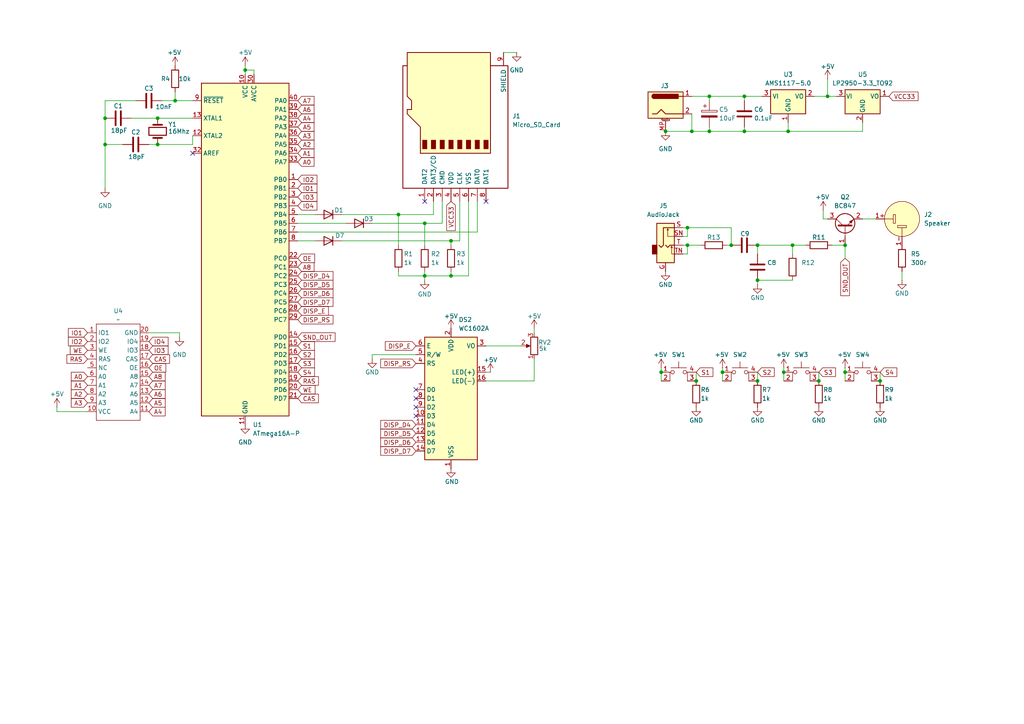
<source format=kicad_sch>
(kicad_sch (version 20250114) (generator "eeschema") (generator_version "9.0")
  (paper "A4")
  (title_block (title "ZX tape player") (date "2025-07-07") (rev "1.1") (company "Eugene Chertikhin"))
  (lib_symbols
    (symbol "BC847_1" (pin_names (offset 0) (hide yes))
      (property "Reference" "Q" (at 5.08 1.905 0))
      (property "Value" "BC847" (at 5.08 0 0))
      (symbol "BC847_1_0_1"
        (polyline (pts (xy -2.54 0) (xy 0.635 0)))
        (polyline (pts (xy 0.635 1.905) (xy 0.635 -1.905)) (stroke (width 0.508)))
        (circle (center 1.27 0) (radius 2.8194) (stroke (width 0.254)))
      )
      (symbol "BC847_1_1_1"
        (polyline (pts (xy 0.635 0.635) (xy 2.54 2.54)))
        (polyline (pts (xy 0.635 -0.635) (xy 2.54 -2.54)))
        (polyline (pts (xy 1.27 -1.778) (xy 1.778 -1.27) (xy 2.286 -2.286) (xy 1.27 -1.778)) (fill (type outline)))
        (pin input line (at -5.08 0 0) (length 2.54) (name "B") (number "1"))
        (pin passive line (at 2.54 5.08 270) (length 2.54) (name "C") (number "3"))
        (pin passive line (at 2.54 -5.08 90) (length 2.54) (name "E") (number "2"))
      )
    )
    (symbol "Connector:Barrel_Jack_MountingPin" (pin_names (hide yes))
      (property "Reference" "J" (at 0 5.334 0))
      (property "Value" "Barrel_Jack_MountingPin" (at 1.27 -6.35 0))
      (symbol "Barrel_Jack_MountingPin_0_1"
        (rectangle (start -5.08 3.81) (end 5.08 -3.81) (stroke (width 0.254)) (fill (type background)))
        (polyline (pts (xy -3.81 -2.54) (xy -2.54 -2.54) (xy -1.27 -1.27) (xy 0 -2.54) (xy 2.54 -2.54) (xy 5.08 -2.54)) (stroke (width 0.254)))
        (arc (start -3.302 1.905) (mid -3.9343 2.54) (end -3.302 3.175) (stroke (width 0.254)))
        (arc (start -3.302 1.905) (mid -3.9343 2.54) (end -3.302 3.175) (stroke (width 0.254)) (fill (type outline)))
        (rectangle (start 3.683 3.175) (end -3.302 1.905) (stroke (width 0.254)) (fill (type outline)))
        (polyline (pts (xy 5.08 2.54) (xy 3.81 2.54)) (stroke (width 0.254)))
      )
      (symbol "Barrel_Jack_MountingPin_1_1"
        (polyline (pts (xy -1.016 -4.572) (xy 1.016 -4.572)) (stroke (width 0.1524)))
        (text "Mounting" (at 0 -4.191 0) (effects (font (size 0.381 0.381))))
        (pin passive line (at 0 -7.62 90) (length 3.048) (name "MountPin") (number "MP"))
        (pin passive line (at 7.62 2.54 180) (length 2.54) (name "~") (number "1"))
        (pin passive line (at 7.62 -2.54 180) (length 2.54) (name "~") (number "2"))
      )
    )
    (symbol "Connector:Micro_SD_Card" (pin_names (offset 1.016))
      (property "Reference" "J" (at -16.51 15.24 0))
      (property "Value" "Micro_SD_Card" (at 16.51 15.24 0))
      (symbol "Micro_SD_Card_0_1"
        (polyline (pts (xy -8.89 -11.43) (xy -8.89 8.89) (xy -1.27 8.89) (xy 2.54 12.7) (xy 3.81 12.7) (xy 3.81 11.43) (xy 6.35 11.43) (xy 7.62 12.7) (xy 20.32 12.7) (xy 20.32 -11.43) (xy -8.89 -11.43)) (stroke (width 0.254)) (fill (type background)))
        (rectangle (start -7.62 8.255) (end -5.08 6.985) (fill (type outline)))
        (rectangle (start -7.62 5.715) (end -5.08 4.445) (fill (type outline)))
        (rectangle (start -7.62 3.175) (end -5.08 1.905) (fill (type outline)))
        (rectangle (start -7.62 0.635) (end -5.08 -0.635) (fill (type outline)))
        (rectangle (start -7.62 -1.905) (end -5.08 -3.175) (fill (type outline)))
        (rectangle (start -7.62 -4.445) (end -5.08 -5.715) (fill (type outline)))
        (rectangle (start -7.62 -6.985) (end -5.08 -8.255) (fill (type outline)))
        (rectangle (start -7.62 -9.525) (end -5.08 -10.795) (fill (type outline)))
        (polyline (pts (xy 16.51 12.7) (xy 16.51 13.97) (xy -19.05 13.97) (xy -19.05 -16.51) (xy 16.51 -16.51) (xy 16.51 -11.43)) (stroke (width 0.254)))
      )
      (symbol "Micro_SD_Card_1_1"
        (pin bidirectional line (at -22.86 7.62 0) (length 3.81) (name "DAT2") (number "1"))
        (pin bidirectional line (at -22.86 5.08 0) (length 3.81) (name "DAT3/CD") (number "2"))
        (pin input line (at -22.86 2.54 0) (length 3.81) (name "CMD") (number "3"))
        (pin power_in line (at -22.86 0 0) (length 3.81) (name "VDD") (number "4"))
        (pin input line (at -22.86 -2.54 0) (length 3.81) (name "CLK") (number "5"))
        (pin power_in line (at -22.86 -5.08 0) (length 3.81) (name "VSS") (number "6"))
        (pin bidirectional line (at -22.86 -7.62 0) (length 3.81) (name "DAT0") (number "7"))
        (pin bidirectional line (at -22.86 -10.16 0) (length 3.81) (name "DAT1") (number "8"))
        (pin passive line (at 20.32 -15.24 180) (length 3.81) (name "SHIELD") (number "9"))
      )
    )
    (symbol "Connector_Audio:AudioJack2_Ground_Switch"
      (property "Reference" "J" (at 0 11.43 0))
      (property "Value" "AudioJack2_Ground_Switch" (at 0 8.89 0))
      (symbol "AudioJack2_Ground_Switch_0_1"
        (rectangle (start -2.54 -2.54) (end -3.81 0) (stroke (width 0.254)) (fill (type outline)))
        (rectangle (start 2.54 6.35) (end -2.54 -5.08) (stroke (width 0.254)) (fill (type background)))
      )
      (symbol "AudioJack2_Ground_Switch_1_1"
        (polyline (pts (xy 0 0) (xy 0.635 -0.635) (xy 1.27 0) (xy 2.54 0)) (stroke (width 0.254)))
        (polyline (pts (xy 0.635 4.826) (xy 0.889 4.318)))
        (polyline (pts (xy 1.778 -0.254) (xy 2.032 -0.762)))
        (polyline (pts (xy 2.54 5.08) (xy -0.635 5.08) (xy -0.635 0) (xy -1.27 -0.635) (xy -1.905 0)) (stroke (width 0.254)))
        (polyline (pts (xy 2.54 2.54) (xy 0.635 2.54) (xy 0.635 4.826) (xy 0.381 4.318)))
        (polyline (pts (xy 2.54 -2.54) (xy 1.778 -2.54) (xy 1.778 -0.254) (xy 1.524 -0.762)))
        (pin passive line (at 0 -7.62 90) (length 2.54) (name "~") (number "G"))
        (pin passive line (at 5.08 5.08 180) (length 2.54) (name "~") (number "S"))
        (pin passive line (at 5.08 2.54 180) (length 2.54) (name "~") (number "SN"))
        (pin passive line (at 5.08 0 180) (length 2.54) (name "~") (number "T"))
        (pin passive line (at 5.08 -2.54 180) (length 2.54) (name "~") (number "TN"))
      )
    )
    (symbol "Connector_Audio:SpeakON_NL2" (pin_names (hide yes))
      (property "Reference" "J" (at 2.54 8.89 0))
      (property "Value" "SpeakON_NL2" (at 7.62 6.35 0))
      (symbol "SpeakON_NL2_0_1"
        (polyline (pts (xy -5.08 0) (xy -2.54 0)))
        (rectangle (start -2.54 1.27) (end -1.905 -1.27))
        (rectangle (start -1.27 2.54) (end 1.27 1.905))
        (polyline (pts (xy 0 5.08) (xy 0 2.54)))
        (circle (center 0 0) (radius 5.08) (fill (type background)))
        (pin passive line (at -7.62 0 0) (length 2.54) (name "1-") (number "1-"))
      )
      (symbol "SpeakON_NL2_1_1"
        (pin passive line (at 0 7.62 270) (length 2.54) (name "1+") (number "1+"))
      )
    )
    (symbol "DRAM:82c4256"
      (property "Reference" "U" (at 0 0 0))
      (symbol "82c4256_0_1"
        (rectangle (start -5.08 -1.27) (end 7.62 -29.21))
      )
      (symbol "82c4256_1_1"
        (pin output line (at -7.62 -3.81 0) (length 2.54) (name "IO1") (number "1"))
        (pin output line (at -7.62 -6.35 0) (length 2.54) (name "IO2") (number "2"))
        (pin input line (at -7.62 -8.89 0) (length 2.54) (name "WE") (number "3"))
        (pin input line (at -7.62 -11.43 0) (length 2.54) (name "RAS") (number "4"))
        (pin free line (at -7.62 -13.97 0) (length 2.54) (name "NC") (number "5"))
        (pin input line (at -7.62 -16.51 0) (length 2.54) (name "A0") (number "6"))
        (pin input line (at -7.62 -19.05 0) (length 2.54) (name "A1") (number "7"))
        (pin input line (at -7.62 -21.59 0) (length 2.54) (name "A2") (number "8"))
        (pin input line (at -7.62 -24.13 0) (length 2.54) (name "A3") (number "9"))
        (pin power_in line (at -7.62 -26.67 0) (length 2.54) (name "VCC") (number "10"))
        (pin passive line (at 10.16 -3.81 180) (length 2.54) (name "GND") (number "20"))
        (pin output line (at 10.16 -6.35 180) (length 2.54) (name "IO4") (number "19"))
        (pin output line (at 10.16 -8.89 180) (length 2.54) (name "IO3") (number "18"))
        (pin input line (at 10.16 -11.43 180) (length 2.54) (name "CAS") (number "17"))
        (pin output line (at 10.16 -13.97 180) (length 2.54) (name "OE") (number "16"))
        (pin input line (at 10.16 -16.51 180) (length 2.54) (name "A8") (number "15"))
        (pin input line (at 10.16 -19.05 180) (length 2.54) (name "A7") (number "14"))
        (pin input line (at 10.16 -21.59 180) (length 2.54) (name "A6") (number "13"))
        (pin input line (at 10.16 -24.13 180) (length 2.54) (name "A5") (number "12"))
        (pin input line (at 10.16 -26.67 180) (length 2.54) (name "A4") (number "11"))
      )
    )
    (symbol "Device:C" (pin_numbers (hide yes)) (pin_names (offset 0.254))
      (property "Reference" "C" (at 0.635 2.54 0))
      (property "Value" "C" (at 0.635 -2.54 0))
      (symbol "C_0_1"
        (polyline (pts (xy -2.032 0.762) (xy 2.032 0.762)) (stroke (width 0.508)))
        (polyline (pts (xy -2.032 -0.762) (xy 2.032 -0.762)) (stroke (width 0.508)))
      )
      (symbol "C_1_1"
        (pin passive line (at 0 3.81 270) (length 2.794) (name "~") (number "1"))
        (pin passive line (at 0 -3.81 90) (length 2.794) (name "~") (number "2"))
      )
    )
    (symbol "Device:C_Polarized" (pin_numbers (hide yes)) (pin_names (offset 0.254))
      (property "Reference" "C" (at 0.635 2.54 0))
      (property "Value" "C_Polarized" (at 0.635 -2.54 0))
      (symbol "C_Polarized_0_1"
        (rectangle (start -2.286 0.508) (end 2.286 1.016))
        (polyline (pts (xy -1.778 2.286) (xy -0.762 2.286)))
        (polyline (pts (xy -1.27 2.794) (xy -1.27 1.778)))
        (rectangle (start 2.286 -0.508) (end -2.286 -1.016) (fill (type outline)))
      )
      (symbol "C_Polarized_1_1"
        (pin passive line (at 0 3.81 270) (length 2.794) (name "~") (number "1"))
        (pin passive line (at 0 -3.81 90) (length 2.794) (name "~") (number "2"))
      )
    )
    (symbol "Device:Crystal" (pin_numbers (hide yes)) (pin_names (offset 1.016) (hide yes))
      (property "Reference" "Y" (at 0 3.81 0))
      (property "Value" "Crystal" (at 0 -3.81 0))
      (symbol "Crystal_0_1"
        (polyline (pts (xy -2.54 0) (xy -1.905 0)))
        (polyline (pts (xy -1.905 -1.27) (xy -1.905 1.27)) (stroke (width 0.508)))
        (rectangle (start -1.143 2.54) (end 1.143 -2.54) (stroke (width 0.3048)))
        (polyline (pts (xy 1.905 -1.27) (xy 1.905 1.27)) (stroke (width 0.508)))
        (polyline (pts (xy 2.54 0) (xy 1.905 0)))
      )
      (symbol "Crystal_1_1"
        (pin passive line (at -3.81 0 0) (length 1.27) (name "1") (number "1"))
        (pin passive line (at 3.81 0 180) (length 1.27) (name "2") (number "2"))
      )
    )
    (symbol "Device:R" (pin_numbers (hide yes)) (pin_names (offset 0))
      (property "Reference" "R" (at 2.032 0 90))
      (property "Value" "R" (at 0 0 90))
      (symbol "R_0_1"
        (rectangle (start -1.016 -2.54) (end 1.016 2.54) (stroke (width 0.254)))
      )
      (symbol "R_1_1"
        (pin passive line (at 0 3.81 270) (length 1.27) (name "~") (number "1"))
        (pin passive line (at 0 -3.81 90) (length 1.27) (name "~") (number "2"))
      )
    )
    (symbol "Device:R_Potentiometer" (pin_names (offset 1.016) (hide yes))
      (property "Reference" "RV" (at -4.445 0 90))
      (property "Value" "R_Potentiometer" (at -2.54 0 90))
      (symbol "R_Potentiometer_0_1"
        (rectangle (start 1.016 2.54) (end -1.016 -2.54) (stroke (width 0.254)))
        (polyline (pts (xy 1.143 0) (xy 2.286 0.508) (xy 2.286 -0.508) (xy 1.143 0)) (fill (type outline)))
        (polyline (pts (xy 2.54 0) (xy 1.524 0)))
      )
      (symbol "R_Potentiometer_1_1"
        (pin passive line (at 0 3.81 270) (length 1.27) (name "1") (number "1"))
        (pin passive line (at 0 -3.81 90) (length 1.27) (name "3") (number "3"))
        (pin passive line (at 3.81 0 180) (length 1.27) (name "2") (number "2"))
      )
    )
    (symbol "Diode:1N4004" (pin_numbers (hide yes)) (pin_names (hide yes))
      (property "Reference" "D" (at 0 2.54 0))
      (property "Value" "1N4004" (at 0 -2.54 0))
      (symbol "1N4004_0_1"
        (polyline (pts (xy -1.27 1.27) (xy -1.27 -1.27)) (stroke (width 0.254)))
        (polyline (pts (xy 1.27 1.27) (xy 1.27 -1.27) (xy -1.27 0) (xy 1.27 1.27)) (stroke (width 0.254)))
        (polyline (pts (xy 1.27 0) (xy -1.27 0)))
      )
      (symbol "1N4004_1_1"
        (pin passive line (at -3.81 0 0) (length 2.54) (name "K") (number "1"))
        (pin passive line (at 3.81 0 180) (length 2.54) (name "A") (number "2"))
      )
    )
    (symbol "Display_Character:WC1602A"
      (property "Reference" "DS" (at -5.842 19.05 0))
      (property "Value" "WC1602A" (at 5.334 19.05 0))
      (symbol "WC1602A_1_1"
        (rectangle (start -7.62 17.78) (end 7.62 -17.78) (stroke (width 0.254)) (fill (type background)))
        (pin input line (at -10.16 15.24 0) (length 2.54) (name "E") (number "6"))
        (pin input line (at -10.16 12.7 0) (length 2.54) (name "R/W") (number "5"))
        (pin input line (at -10.16 10.16 0) (length 2.54) (name "RS") (number "4"))
        (pin input line (at -10.16 2.54 0) (length 2.54) (name "D0") (number "7"))
        (pin input line (at -10.16 0 0) (length 2.54) (name "D1") (number "8"))
        (pin input line (at -10.16 -2.54 0) (length 2.54) (name "D2") (number "9"))
        (pin input line (at -10.16 -5.08 0) (length 2.54) (name "D3") (number "10"))
        (pin input line (at -10.16 -7.62 0) (length 2.54) (name "D4") (number "11"))
        (pin input line (at -10.16 -10.16 0) (length 2.54) (name "D5") (number "12"))
        (pin input line (at -10.16 -12.7 0) (length 2.54) (name "D6") (number "13"))
        (pin input line (at -10.16 -15.24 0) (length 2.54) (name "D7") (number "14"))
        (pin power_in line (at 0 20.32 270) (length 2.54) (name "VDD") (number "2"))
        (pin power_in line (at 0 -20.32 90) (length 2.54) (name "VSS") (number "1"))
        (pin input line (at 10.16 15.24 180) (length 2.54) (name "VO") (number "3"))
        (pin power_in line (at 10.16 7.62 180) (length 2.54) (name "LED(+)") (number "15"))
        (pin power_in line (at 10.16 5.08 180) (length 2.54) (name "LED(-)") (number "16"))
      )
    )
    (symbol "MCU_Microchip_ATmega:ATmega16A-P"
      (property "Reference" "U" (at -12.7 49.53 0))
      (property "Value" "ATmega16A-P" (at 2.54 -49.53 0))
      (symbol "ATmega16A-P_0_1"
        (rectangle (start -12.7 -48.26) (end 12.7 48.26) (stroke (width 0.254)) (fill (type background)))
      )
      (symbol "ATmega16A-P_1_1"
        (pin input line (at -15.24 43.18 0) (length 2.54) (name "~{RESET}") (number "9"))
        (pin input line (at -15.24 38.1 0) (length 2.54) (name "XTAL1") (number "13"))
        (pin output line (at -15.24 33.02 0) (length 2.54) (name "XTAL2") (number "12"))
        (pin passive line (at -15.24 27.94 0) (length 2.54) (name "AREF") (number "32"))
        (pin power_in line (at 0 50.8 270) (length 2.54) (name "VCC") (number "10"))
        (pin power_in line (at 0 -50.8 90) (length 2.54) (name "GND") (number "11"))
        (pin passive line (at 0 -50.8 90) (length 2.54) (hide yes) (name "GND") (number "31"))
        (pin power_in line (at 2.54 50.8 270) (length 2.54) (name "AVCC") (number "30"))
        (pin bidirectional line (at 15.24 43.18 180) (length 2.54) (name "PA0") (number "40"))
        (pin bidirectional line (at 15.24 40.64 180) (length 2.54) (name "PA1") (number "39"))
        (pin bidirectional line (at 15.24 38.1 180) (length 2.54) (name "PA2") (number "38"))
        (pin bidirectional line (at 15.24 35.56 180) (length 2.54) (name "PA3") (number "37"))
        (pin bidirectional line (at 15.24 33.02 180) (length 2.54) (name "PA4") (number "36"))
        (pin bidirectional line (at 15.24 30.48 180) (length 2.54) (name "PA5") (number "35"))
        (pin bidirectional line (at 15.24 27.94 180) (length 2.54) (name "PA6") (number "34"))
        (pin bidirectional line (at 15.24 25.4 180) (length 2.54) (name "PA7") (number "33"))
        (pin bidirectional line (at 15.24 20.32 180) (length 2.54) (name "PB0") (number "1"))
        (pin bidirectional line (at 15.24 17.78 180) (length 2.54) (name "PB1") (number "2"))
        (pin bidirectional line (at 15.24 15.24 180) (length 2.54) (name "PB2") (number "3"))
        (pin bidirectional line (at 15.24 12.7 180) (length 2.54) (name "PB3") (number "4"))
        (pin bidirectional line (at 15.24 10.16 180) (length 2.54) (name "PB4") (number "5"))
        (pin bidirectional line (at 15.24 7.62 180) (length 2.54) (name "PB5") (number "6"))
        (pin bidirectional line (at 15.24 5.08 180) (length 2.54) (name "PB6") (number "7"))
        (pin bidirectional line (at 15.24 2.54 180) (length 2.54) (name "PB7") (number "8"))
        (pin bidirectional line (at 15.24 -2.54 180) (length 2.54) (name "PC0") (number "22"))
        (pin bidirectional line (at 15.24 -5.08 180) (length 2.54) (name "PC1") (number "23"))
        (pin bidirectional line (at 15.24 -7.62 180) (length 2.54) (name "PC2") (number "24"))
        (pin bidirectional line (at 15.24 -10.16 180) (length 2.54) (name "PC3") (number "25"))
        (pin bidirectional line (at 15.24 -12.7 180) (length 2.54) (name "PC4") (number "26"))
        (pin bidirectional line (at 15.24 -15.24 180) (length 2.54) (name "PC5") (number "27"))
        (pin bidirectional line (at 15.24 -17.78 180) (length 2.54) (name "PC6") (number "28"))
        (pin bidirectional line (at 15.24 -20.32 180) (length 2.54) (name "PC7") (number "29"))
        (pin bidirectional line (at 15.24 -25.4 180) (length 2.54) (name "PD0") (number "14"))
        (pin bidirectional line (at 15.24 -27.94 180) (length 2.54) (name "PD1") (number "15"))
        (pin bidirectional line (at 15.24 -30.48 180) (length 2.54) (name "PD2") (number "16"))
        (pin bidirectional line (at 15.24 -33.02 180) (length 2.54) (name "PD3") (number "17"))
        (pin bidirectional line (at 15.24 -35.56 180) (length 2.54) (name "PD4") (number "18"))
        (pin bidirectional line (at 15.24 -38.1 180) (length 2.54) (name "PD5") (number "19"))
        (pin bidirectional line (at 15.24 -40.64 180) (length 2.54) (name "PD6") (number "20"))
        (pin bidirectional line (at 15.24 -43.18 180) (length 2.54) (name "PD7") (number "21"))
      )
    )
    (symbol "Regulator_Linear:AMS1117-5.0"
      (property "Reference" "U" (at -3.81 3.175 0))
      (property "Value" "AMS1117-5.0" (at 0 3.175 0))
      (symbol "AMS1117-5.0_0_1"
        (rectangle (start -5.08 -5.08) (end 5.08 1.905) (stroke (width 0.254)) (fill (type background)))
      )
      (symbol "AMS1117-5.0_1_1"
        (pin power_in line (at -7.62 0 0) (length 2.54) (name "VI") (number "3"))
        (pin power_in line (at 0 -7.62 90) (length 2.54) (name "GND") (number "1"))
        (pin power_out line (at 7.62 0 180) (length 2.54) (name "VO") (number "2"))
      )
    )
    (symbol "Regulator_Linear:LP2950-3.3_TO92" (pin_names (offset 0.254))
      (property "Reference" "U" (at -3.81 3.175 0))
      (property "Value" "LP2950-3.3_TO92" (at 0 3.175 0))
      (symbol "LP2950-3.3_TO92_0_1"
        (rectangle (start -5.08 -5.08) (end 5.08 1.905) (stroke (width 0.254)) (fill (type background)))
      )
      (symbol "LP2950-3.3_TO92_1_1"
        (pin power_in line (at -7.62 0 0) (length 2.54) (name "VI") (number "3"))
        (pin power_in line (at 0 -7.62 90) (length 2.54) (name "GND") (number "2"))
        (pin power_out line (at 7.62 0 180) (length 2.54) (name "VO") (number "1"))
      )
    )
    (symbol "Switch:SW_MEC_5E" (pin_names (offset 1.016) (hide yes))
      (property "Reference" "SW" (at 0.635 5.715 0))
      (property "Value" "SW_MEC_5E" (at 0 -3.175 0))
      (symbol "SW_MEC_5E_0_1"
        (polyline (pts (xy -2.54 0) (xy -2.54 2.54) (xy -2.286 2.54)))
        (polyline (pts (xy -2.286 3.81) (xy 2.286 3.81)))
        (circle (center -1.778 2.54) (radius 0.508))
        (polyline (pts (xy 0 3.81) (xy 0 5.588)))
        (circle (center 1.778 2.54) (radius 0.508))
        (polyline (pts (xy 2.54 0) (xy 2.54 2.54) (xy 2.286 2.54)))
        (pin passive line (at -5.08 2.54 0) (length 2.54) (name "1") (number "1"))
        (pin passive line (at -5.08 0 0) (length 2.54) (name "2") (number "2"))
        (pin passive line (at 5.08 2.54 180) (length 2.54) (name "A") (number "4"))
        (pin passive line (at 5.08 0 180) (length 2.54) (name "K") (number "3"))
      )
    )
    (symbol "power:+5V" (power) (pin_numbers (hide yes)) (pin_names (offset 0) (hide yes))
      (property "Value" "+5V" (at 0 3.556 0))
      (symbol "+5V_0_1"
        (polyline (pts (xy -0.762 1.27) (xy 0 2.54)))
        (polyline (pts (xy 0 2.54) (xy 0.762 1.27)))
        (polyline (pts (xy 0 0) (xy 0 2.54)))
      )
      (symbol "+5V_1_1"
        (pin power_in line (at 0 0 90) (length 0) (name "~") (number "1"))
      )
    )
    (symbol "power:GND" (power) (pin_numbers (hide yes)) (pin_names (offset 0) (hide yes))
      (property "Value" "GND" (at 0 -3.81 0))
      (symbol "GND_0_1"
        (polyline (pts (xy 0 0) (xy 0 -1.27) (xy 1.27 -1.27) (xy 0 -2.54) (xy -1.27 -1.27) (xy 0 -1.27)))
      )
      (symbol "GND_1_1"
        (pin power_in line (at 0 0 270) (length 0) (name "~") (number "1"))
      )
    )
  )
  (junction (at 240.03 27.94))
  (junction (at 255.27 110.49))
  (junction (at 245.11 107.95))
  (junction (at 45.72 41.91))
  (junction (at 219.71 71.12))
  (junction (at 71.12 20.32))
  (junction (at 219.71 110.49))
  (junction (at 123.19 64.77))
  (junction (at 215.9 38.1))
  (junction (at 193.04 38.1))
  (junction (at 30.48 41.91))
  (junction (at 219.71 81.28))
  (junction (at 45.72 34.29))
  (junction (at 245.11 71.12))
  (junction (at 212.09 71.12))
  (junction (at 191.77 107.95))
  (junction (at 50.8 29.21))
  (junction (at 130.81 69.85))
  (junction (at 199.39 71.12))
  (junction (at 115.57 62.23))
  (junction (at 215.9 27.94))
  (junction (at 130.81 80.01))
  (junction (at 123.19 80.01))
  (junction (at 229.87 71.12))
  (junction (at 237.49 110.49))
  (junction (at 199.39 66.04))
  (junction (at 200.66 38.1))
  (junction (at 205.74 27.94))
  (junction (at 209.55 107.95))
  (junction (at 227.33 107.95))
  (junction (at 205.74 38.1))
  (junction (at 30.48 34.29))
  (junction (at 228.6 38.1))
  (junction (at 201.93 110.49))
  (no_connect (at 120.65 120.65))
  (no_connect (at 140.97 58.42))
  (no_connect (at 123.19 58.42))
  (no_connect (at 55.88 44.45))
  (no_connect (at 120.65 118.11))
  (no_connect (at 120.65 115.57))
  (no_connect (at 120.65 113.03))
  (wire (pts (xy 228.6 35.56) (xy 228.6 38.1)))
  (wire (pts (xy 43.18 41.91) (xy 45.72 41.91)))
  (wire (pts (xy 205.74 36.83) (xy 205.74 38.1)))
  (wire (pts (xy 200.66 33.02) (xy 200.66 38.1)))
  (wire (pts (xy 123.19 80.01) (xy 130.81 80.01)))
  (wire (pts (xy 201.93 107.95) (xy 201.93 110.49)))
  (wire (pts (xy 209.55 106.68) (xy 209.55 107.95)))
  (wire (pts (xy 30.48 41.91) (xy 35.56 41.91)))
  (wire (pts (xy 227.33 106.68) (xy 227.33 107.95)))
  (wire (pts (xy 91.44 62.23) (xy 86.36 62.23)))
  (wire (pts (xy 229.87 71.12) (xy 229.87 73.66)))
  (wire (pts (xy 219.71 73.66) (xy 219.71 71.12)))
  (wire (pts (xy 123.19 81.28) (xy 123.19 80.01)))
  (wire (pts (xy 215.9 27.94) (xy 220.98 27.94)))
  (wire (pts (xy 191.77 107.95) (xy 191.77 110.49)))
  (wire (pts (xy 219.71 82.55) (xy 219.71 81.28)))
  (wire (pts (xy 30.48 29.21) (xy 30.48 34.29)))
  (wire (pts (xy 229.87 81.28) (xy 219.71 81.28)))
  (wire (pts (xy 86.36 64.77) (xy 100.33 64.77)))
  (wire (pts (xy 238.76 63.5) (xy 238.76 60.96)))
  (wire (pts (xy 45.72 34.29) (xy 55.88 34.29)))
  (wire (pts (xy 135.89 80.01) (xy 130.81 80.01)))
  (wire (pts (xy 130.81 69.85) (xy 130.81 71.12)))
  (wire (pts (xy 91.44 69.85) (xy 86.36 69.85)))
  (wire (pts (xy 245.11 107.95) (xy 245.11 110.49)))
  (wire (pts (xy 205.74 27.94) (xy 215.9 27.94)))
  (wire (pts (xy 50.8 29.21) (xy 55.88 29.21)))
  (wire (pts (xy 71.12 19.05) (xy 71.12 20.32)))
  (wire (pts (xy 140.97 110.49) (xy 154.94 110.49)))
  (wire (pts (xy 30.48 34.29) (xy 30.48 41.91)))
  (wire (pts (xy 107.95 102.87) (xy 107.95 104.14)))
  (wire (pts (xy 123.19 78.74) (xy 123.19 80.01)))
  (wire (pts (xy 45.72 41.91) (xy 55.88 41.91)))
  (wire (pts (xy 228.6 38.1) (xy 250.19 38.1)))
  (wire (pts (xy 154.94 95.25) (xy 154.94 96.52)))
  (wire (pts (xy 133.35 69.85) (xy 133.35 58.42)))
  (wire (pts (xy 140.97 107.95) (xy 142.24 107.95)))
  (wire (pts (xy 233.68 71.12) (xy 229.87 71.12)))
  (wire (pts (xy 38.1 34.29) (xy 45.72 34.29)))
  (wire (pts (xy 130.81 78.74) (xy 130.81 80.01)))
  (wire (pts (xy 200.66 27.94) (xy 205.74 27.94)))
  (wire (pts (xy 135.89 58.42) (xy 135.89 80.01)))
  (wire (pts (xy 215.9 38.1) (xy 205.74 38.1)))
  (wire (pts (xy 228.6 38.1) (xy 215.9 38.1)))
  (wire (pts (xy 123.19 64.77) (xy 128.27 64.77)))
  (wire (pts (xy 125.73 62.23) (xy 125.73 58.42)))
  (wire (pts (xy 73.66 20.32) (xy 71.12 20.32)))
  (wire (pts (xy 16.51 118.11) (xy 16.51 119.38)))
  (wire (pts (xy 73.66 21.59) (xy 73.66 20.32)))
  (wire (pts (xy 55.88 41.91) (xy 55.88 39.37)))
  (wire (pts (xy 241.3 71.12) (xy 245.11 71.12)))
  (wire (pts (xy 115.57 78.74) (xy 115.57 80.01)))
  (wire (pts (xy 200.66 38.1) (xy 193.04 38.1)))
  (wire (pts (xy 250.19 63.5) (xy 254 63.5)))
  (wire (pts (xy 205.74 38.1) (xy 200.66 38.1)))
  (wire (pts (xy 212.09 66.04) (xy 212.09 71.12)))
  (wire (pts (xy 199.39 68.58) (xy 199.39 66.04)))
  (wire (pts (xy 227.33 107.95) (xy 227.33 110.49)))
  (wire (pts (xy 99.06 62.23) (xy 115.57 62.23)))
  (wire (pts (xy 240.03 22.86) (xy 240.03 27.94)))
  (wire (pts (xy 199.39 73.66) (xy 199.39 71.12)))
  (wire (pts (xy 50.8 26.67) (xy 50.8 29.21)))
  (wire (pts (xy 240.03 27.94) (xy 242.57 27.94)))
  (wire (pts (xy 198.12 73.66) (xy 199.39 73.66)))
  (wire (pts (xy 236.22 27.94) (xy 240.03 27.94)))
  (wire (pts (xy 219.71 107.95) (xy 219.71 110.49)))
  (wire (pts (xy 245.11 107.95) (xy 245.11 106.68)))
  (wire (pts (xy 71.12 20.32) (xy 71.12 21.59)))
  (wire (pts (xy 198.12 71.12) (xy 199.39 71.12)))
  (wire (pts (xy 209.55 107.95) (xy 209.55 110.49)))
  (wire (pts (xy 86.36 67.31) (xy 138.43 67.31)))
  (wire (pts (xy 107.95 64.77) (xy 123.19 64.77)))
  (wire (pts (xy 240.03 63.5) (xy 238.76 63.5)))
  (wire (pts (xy 115.57 62.23) (xy 115.57 71.12)))
  (wire (pts (xy 219.71 71.12) (xy 229.87 71.12)))
  (wire (pts (xy 215.9 36.83) (xy 215.9 38.1)))
  (wire (pts (xy 120.65 102.87) (xy 107.95 102.87)))
  (wire (pts (xy 52.07 96.52) (xy 52.07 97.79)))
  (wire (pts (xy 128.27 64.77) (xy 128.27 58.42)))
  (wire (pts (xy 237.49 107.95) (xy 237.49 110.49)))
  (wire (pts (xy 115.57 62.23) (xy 125.73 62.23)))
  (wire (pts (xy 115.57 80.01) (xy 123.19 80.01)))
  (wire (pts (xy 198.12 68.58) (xy 199.39 68.58)))
  (wire (pts (xy 39.37 29.21) (xy 30.48 29.21)))
  (wire (pts (xy 250.19 35.56) (xy 250.19 38.1)))
  (wire (pts (xy 198.12 66.04) (xy 199.39 66.04)))
  (wire (pts (xy 99.06 69.85) (xy 130.81 69.85)))
  (wire (pts (xy 199.39 71.12) (xy 203.2 71.12)))
  (wire (pts (xy 205.74 27.94) (xy 205.74 29.21)))
  (wire (pts (xy 140.97 100.33) (xy 151.13 100.33)))
  (wire (pts (xy 210.82 71.12) (xy 212.09 71.12)))
  (wire (pts (xy 30.48 41.91) (xy 30.48 54.61)))
  (wire (pts (xy 245.11 74.93) (xy 245.11 71.12)))
  (wire (pts (xy 261.62 81.28) (xy 261.62 78.74)))
  (wire (pts (xy 138.43 67.31) (xy 138.43 58.42)))
  (wire (pts (xy 123.19 64.77) (xy 123.19 71.12)))
  (wire (pts (xy 130.81 69.85) (xy 133.35 69.85)))
  (wire (pts (xy 46.99 29.21) (xy 50.8 29.21)))
  (wire (pts (xy 191.77 106.68) (xy 191.77 107.95)))
  (wire (pts (xy 199.39 66.04) (xy 212.09 66.04)))
  (wire (pts (xy 215.9 27.94) (xy 215.9 29.21)))
  (wire (pts (xy 43.18 96.52) (xy 52.07 96.52)))
  (wire (pts (xy 154.94 110.49) (xy 154.94 104.14)))
  (wire (pts (xy 255.27 107.95) (xy 255.27 110.49)))
  (wire (pts (xy 146.05 15.24) (xy 149.86 15.24)))
  (wire (pts (xy 16.51 119.38) (xy 25.4 119.38)))
  (global_label "S1" (shape input) (at 201.93 107.95 0) (property "Intersheetrefs" "${INTERSHEET_REFS}" (effects (hide yes))))
  (global_label "IO3" (shape input) (at 43.18 101.6 0) (property "Intersheetrefs" "${INTERSHEET_REFS}" (effects (hide yes))))
  (global_label "A5" (shape input) (at 86.36 36.83 0) (property "Intersheetrefs" "${INTERSHEET_REFS}" (effects (hide yes))))
  (global_label "DISP_RS" (shape input) (at 86.36 92.71 0) (property "Intersheetrefs" "${INTERSHEET_REFS}" (effects (hide yes))))
  (global_label "IO1" (shape input) (at 86.36 54.61 0) (property "Intersheetrefs" "${INTERSHEET_REFS}" (effects (hide yes))))
  (global_label "SND_OUT" (shape input) (at 245.11 74.93 270) (property "Intersheetrefs" "${INTERSHEET_REFS}" (effects (hide yes))))
  (global_label "DISP_D5" (shape input) (at 86.36 82.55 0) (property "Intersheetrefs" "${INTERSHEET_REFS}" (effects (hide yes))))
  (global_label "A7" (shape input) (at 86.36 29.21 0) (property "Intersheetrefs" "${INTERSHEET_REFS}" (effects (hide yes))))
  (global_label "A8" (shape input) (at 43.18 109.22 0) (property "Intersheetrefs" "${INTERSHEET_REFS}" (effects (hide yes))))
  (global_label "DISP_D7" (shape input) (at 120.65 130.81 180) (property "Intersheetrefs" "${INTERSHEET_REFS}" (effects (hide yes))))
  (global_label "IO4" (shape input) (at 86.36 59.69 0) (property "Intersheetrefs" "${INTERSHEET_REFS}" (effects (hide yes))))
  (global_label "A1" (shape input) (at 25.4 111.76 180) (property "Intersheetrefs" "${INTERSHEET_REFS}" (effects (hide yes))))
  (global_label "A5" (shape input) (at 43.18 116.84 0) (property "Intersheetrefs" "${INTERSHEET_REFS}" (effects (hide yes))))
  (global_label "DISP_E" (shape input) (at 120.65 100.33 180) (property "Intersheetrefs" "${INTERSHEET_REFS}" (effects (hide yes))))
  (global_label "SND_OUT" (shape input) (at 86.36 97.79 0) (property "Intersheetrefs" "${INTERSHEET_REFS}" (effects (hide yes))))
  (global_label "IO2" (shape input) (at 86.36 52.07 0) (property "Intersheetrefs" "${INTERSHEET_REFS}" (effects (hide yes))))
  (global_label "DISP_E" (shape input) (at 86.36 90.17 0) (property "Intersheetrefs" "${INTERSHEET_REFS}" (effects (hide yes))))
  (global_label "RAS" (shape input) (at 25.4 104.14 180) (property "Intersheetrefs" "${INTERSHEET_REFS}" (effects (hide yes))))
  (global_label "DISP_D6" (shape input) (at 120.65 128.27 180) (property "Intersheetrefs" "${INTERSHEET_REFS}" (effects (hide yes))))
  (global_label "VCC33" (shape input) (at 130.81 58.42 270) (property "Intersheetrefs" "${INTERSHEET_REFS}" (effects (hide yes))))
  (global_label "A8" (shape input) (at 86.36 77.47 0) (property "Intersheetrefs" "${INTERSHEET_REFS}" (effects (hide yes))))
  (global_label "S4" (shape input) (at 255.27 107.95 0) (property "Intersheetrefs" "${INTERSHEET_REFS}" (effects (hide yes))))
  (global_label "CAS" (shape input) (at 86.36 115.57 0) (property "Intersheetrefs" "${INTERSHEET_REFS}" (effects (hide yes))))
  (global_label "A3" (shape input) (at 25.4 116.84 180) (property "Intersheetrefs" "${INTERSHEET_REFS}" (effects (hide yes))))
  (global_label "DISP_D4" (shape input) (at 120.65 123.19 180) (property "Intersheetrefs" "${INTERSHEET_REFS}" (effects (hide yes))))
  (global_label "VCC33" (shape input) (at 257.81 27.94 0) (property "Intersheetrefs" "${INTERSHEET_REFS}" (effects (hide yes))))
  (global_label "S1" (shape input) (at 86.36 100.33 0) (property "Intersheetrefs" "${INTERSHEET_REFS}" (effects (hide yes))))
  (global_label "A0" (shape input) (at 86.36 46.99 0) (property "Intersheetrefs" "${INTERSHEET_REFS}" (effects (hide yes))))
  (global_label "S2" (shape input) (at 86.36 102.87 0) (property "Intersheetrefs" "${INTERSHEET_REFS}" (effects (hide yes))))
  (global_label "DISP_D4" (shape input) (at 86.36 80.01 0) (property "Intersheetrefs" "${INTERSHEET_REFS}" (effects (hide yes))))
  (global_label "A6" (shape input) (at 43.18 114.3 0) (property "Intersheetrefs" "${INTERSHEET_REFS}" (effects (hide yes))))
  (global_label "IO4" (shape input) (at 43.18 99.06 0) (property "Intersheetrefs" "${INTERSHEET_REFS}" (effects (hide yes))))
  (global_label "A1" (shape input) (at 86.36 44.45 0) (property "Intersheetrefs" "${INTERSHEET_REFS}" (effects (hide yes))))
  (global_label "A7" (shape input) (at 43.18 111.76 0) (property "Intersheetrefs" "${INTERSHEET_REFS}" (effects (hide yes))))
  (global_label "OE" (shape input) (at 86.36 74.93 0) (property "Intersheetrefs" "${INTERSHEET_REFS}" (effects (hide yes))))
  (global_label "A4" (shape input) (at 43.18 119.38 0) (property "Intersheetrefs" "${INTERSHEET_REFS}" (effects (hide yes))))
  (global_label "S4" (shape input) (at 86.36 107.95 0) (property "Intersheetrefs" "${INTERSHEET_REFS}" (effects (hide yes))))
  (global_label "DISP_D7" (shape input) (at 86.36 87.63 0) (property "Intersheetrefs" "${INTERSHEET_REFS}" (effects (hide yes))))
  (global_label "CAS" (shape input) (at 43.18 104.14 0) (property "Intersheetrefs" "${INTERSHEET_REFS}" (effects (hide yes))))
  (global_label "WE" (shape input) (at 25.4 101.6 180) (property "Intersheetrefs" "${INTERSHEET_REFS}" (effects (hide yes))))
  (global_label "A2" (shape input) (at 25.4 114.3 180) (property "Intersheetrefs" "${INTERSHEET_REFS}" (effects (hide yes))))
  (global_label "IO1" (shape input) (at 25.4 96.52 180) (property "Intersheetrefs" "${INTERSHEET_REFS}" (effects (hide yes))))
  (global_label "A0" (shape input) (at 25.4 109.22 180) (property "Intersheetrefs" "${INTERSHEET_REFS}" (effects (hide yes))))
  (global_label "DISP_D6" (shape input) (at 86.36 85.09 0) (property "Intersheetrefs" "${INTERSHEET_REFS}" (effects (hide yes))))
  (global_label "DISP_RS" (shape input) (at 120.65 105.41 180) (property "Intersheetrefs" "${INTERSHEET_REFS}" (effects (hide yes))))
  (global_label "A3" (shape input) (at 86.36 39.37 0) (property "Intersheetrefs" "${INTERSHEET_REFS}" (effects (hide yes))))
  (global_label "DISP_D5" (shape input) (at 120.65 125.73 180) (property "Intersheetrefs" "${INTERSHEET_REFS}" (effects (hide yes))))
  (global_label "IO2" (shape input) (at 25.4 99.06 180) (property "Intersheetrefs" "${INTERSHEET_REFS}" (effects (hide yes))))
  (global_label "RAS" (shape input) (at 86.36 110.49 0) (property "Intersheetrefs" "${INTERSHEET_REFS}" (effects (hide yes))))
  (global_label "A6" (shape input) (at 86.36 31.75 0) (property "Intersheetrefs" "${INTERSHEET_REFS}" (effects (hide yes))))
  (global_label "A2" (shape input) (at 86.36 41.91 0) (property "Intersheetrefs" "${INTERSHEET_REFS}" (effects (hide yes))))
  (global_label "IO3" (shape input) (at 86.36 57.15 0) (property "Intersheetrefs" "${INTERSHEET_REFS}" (effects (hide yes))))
  (global_label "S3" (shape input) (at 86.36 105.41 0) (property "Intersheetrefs" "${INTERSHEET_REFS}" (effects (hide yes))))
  (global_label "S3" (shape input) (at 237.49 107.95 0) (property "Intersheetrefs" "${INTERSHEET_REFS}" (effects (hide yes))))
  (global_label "S2" (shape input) (at 219.71 107.95 0) (property "Intersheetrefs" "${INTERSHEET_REFS}" (effects (hide yes))))
  (global_label "A4" (shape input) (at 86.36 34.29 0) (property "Intersheetrefs" "${INTERSHEET_REFS}" (effects (hide yes))))
  (global_label "WE" (shape input) (at 86.36 113.03 0) (property "Intersheetrefs" "${INTERSHEET_REFS}" (effects (hide yes))))
  (global_label "OE" (shape input) (at 43.18 106.68 0) (property "Intersheetrefs" "${INTERSHEET_REFS}" (effects (hide yes))))
  (symbol (lib_id "power:+5V") (at 71.12 19.05 0) (unit 1)
    (property "Reference" "#PWR07" (effects (hide yes)))
    (property "Value" "+5V" (at 71.12 15.24 0))
    (property "Description" "Power symbol creates a global label with name \"+5V\"" (effects (hide yes)))
  )
  (symbol (lib_id "Device:R") (at 255.27 114.3 0) (unit 1)
    (property "Reference" "R9" (at 256.54 113.03 0) (effects (justify left)))
    (property "Value" "1k" (at 256.54 115.57 0) (effects (justify left)))
    (property "Footprint" "Resistor_SMD:R_0805_2012Metric_Pad1.20x1.40mm_HandSolder" (effects (hide yes)))
    (property "Description" "Resistor" (effects (hide yes)))
  )
  (symbol (lib_id "Device:R") (at 237.49 114.3 0) (unit 1)
    (property "Reference" "R8" (at 238.76 113.03 0) (effects (justify left)))
    (property "Value" "1k" (at 238.76 115.57 0) (effects (justify left)))
    (property "Footprint" "Resistor_SMD:R_0805_2012Metric_Pad1.20x1.40mm_HandSolder" (effects (hide yes)))
    (property "Description" "Resistor" (effects (hide yes)))
  )
  (symbol (lib_id "Device:C") (at 215.9 71.12 90) (unit 1)
    (property "Reference" "C9" (at 217.424 67.818 90) (effects (justify left)))
    (property "Value" "0.1uF" (effects (hide yes)))
    (property "Footprint" "Capacitor_SMD:C_0805_2012Metric" (effects (hide yes)))
    (property "Description" "Unpolarized capacitor" (effects (hide yes)))
  )
  (symbol (lib_id "Device:C") (at 215.9 33.02 0) (unit 1)
    (property "Reference" "C6" (at 218.694 31.75 0) (effects (justify left)))
    (property "Value" "0.1uF" (at 218.694 34.29 0) (effects (justify left)))
    (property "Footprint" "Capacitor_SMD:C_0805_2012Metric" (effects (hide yes)))
    (property "Description" "Unpolarized capacitor" (effects (hide yes)))
  )
  (symbol (lib_id "Switch:SW_MEC_5E") (at 214.63 110.49 0) (unit 1)
    (property "Reference" "SW2" (at 214.63 102.87 0))
    (property "Value" "SW_MEC_5E" (effects (hide yes)))
    (property "Footprint" "Button_Switch_SMD:SW_MEC_5GSH9" (effects (hide yes)))
    (property "Datasheet" "http://www.apem.com/int/index.php?controller=attachment&id_attachment=1371" (effects (hide yes)))
    (property "Description" "MEC 5E single pole normally-open tactile switch" (effects (hide yes)))
  )
  (symbol (lib_id "power:GND") (at 107.95 104.14 0) (unit 1)
    (property "Reference" "#PWR025" (effects (hide yes)))
    (property "Value" "GND" (at 107.95 107.95 0))
    (property "Description" "Power symbol creates a global label with name \"GND\" , ground" (effects (hide yes)))
  )
  (symbol (lib_id "power:+5V") (at 154.94 95.25 0) (unit 1)
    (property "Reference" "#PWR027" (effects (hide yes)))
    (property "Value" "+5V" (at 154.94 91.694 0))
    (property "Description" "Power symbol creates a global label with name \"+5V\"" (effects (hide yes)))
  )
  (symbol (lib_id "power:GND") (at 237.49 118.11 0) (unit 1)
    (property "Reference" "#PWR016" (effects (hide yes)))
    (property "Value" "GND" (at 237.49 121.92 0))
    (property "Description" "Power symbol creates a global label with name \"GND\" , ground" (effects (hide yes)))
  )
  (symbol (lib_id "power:+5V") (at 245.11 106.68 0) (unit 1)
    (property "Reference" "#PWR014" (effects (hide yes)))
    (property "Value" "+5V" (at 244.856 102.87 0))
    (property "Description" "Power symbol creates a global label with name \"+5V\"" (effects (hide yes)))
  )
  (symbol (lib_id "Device:R") (at 123.19 74.93 0) (unit 1)
    (property "Reference" "R2" (at 124.968 73.66 0) (effects (justify left)))
    (property "Value" "1k" (at 124.968 76.2 0) (effects (justify left)))
    (property "Footprint" "Resistor_SMD:R_0805_2012Metric_Pad1.20x1.40mm_HandSolder" (effects (hide yes)))
    (property "Description" "Resistor" (effects (hide yes)))
  )
  (symbol (lib_id "Device:C") (at 34.29 34.29 90) (unit 1)
    (property "Reference" "C1" (at 34.29 30.734 90))
    (property "Value" "18pF" (at 34.544 37.846 90))
    (property "Footprint" "Capacitor_SMD:C_0805_2012Metric" (effects (hide yes)))
    (property "Description" "Unpolarized capacitor" (effects (hide yes)))
  )
  (symbol (lib_id "Device:R") (at 229.87 77.47 0) (unit 1)
    (property "Reference" "R12" (at 232.41 76.1999 0) (effects (justify left)))
    (property "Value" "1k" (effects (hide yes)))
    (property "Footprint" "Resistor_SMD:R_0805_2012Metric_Pad1.20x1.40mm_HandSolder" (effects (hide yes)))
    (property "Description" "Resistor" (effects (hide yes)))
  )
  (symbol (lib_id "Switch:SW_MEC_5E") (at 250.19 110.49 0) (unit 1)
    (property "Reference" "SW4" (at 250.19 102.87 0))
    (property "Value" "SW_MEC_5E" (effects (hide yes)))
    (property "Footprint" "Button_Switch_SMD:SW_MEC_5GSH9" (effects (hide yes)))
    (property "Datasheet" "http://www.apem.com/int/index.php?controller=attachment&id_attachment=1371" (effects (hide yes)))
    (property "Description" "MEC 5E single pole normally-open tactile switch" (effects (hide yes)))
  )
  (symbol (lib_id "power:GND") (at 149.86 15.24 0) (unit 1)
    (property "Reference" "#PWR026" (effects (hide yes)))
    (property "Value" "GND" (at 149.86 20.32 0))
    (property "Description" "Power symbol creates a global label with name \"GND\" , ground" (effects (hide yes)))
  )
  (symbol (lib_id "power:+5V") (at 209.55 106.68 0) (unit 1)
    (property "Reference" "#PWR012" (effects (hide yes)))
    (property "Value" "+5V" (at 209.296 102.87 0))
    (property "Description" "Power symbol creates a global label with name \"+5V\"" (effects (hide yes)))
  )
  (symbol (lib_id "power:GND") (at 255.27 118.11 0) (unit 1)
    (property "Reference" "#PWR017" (effects (hide yes)))
    (property "Value" "GND" (at 255.27 121.92 0))
    (property "Description" "Power symbol creates a global label with name \"GND\" , ground" (effects (hide yes)))
  )
  (symbol (lib_id "Device:R") (at 219.71 114.3 0) (unit 1)
    (property "Reference" "R7" (at 220.98 113.03 0) (effects (justify left)))
    (property "Value" "1k" (at 220.98 115.57 0) (effects (justify left)))
    (property "Footprint" "Resistor_SMD:R_0805_2012Metric_Pad1.20x1.40mm_HandSolder" (effects (hide yes)))
    (property "Description" "Resistor" (effects (hide yes)))
  )
  (symbol (lib_id "power:GND") (at 71.12 123.19 0) (unit 1)
    (property "Reference" "#PWR06" (effects (hide yes)))
    (property "Value" "GND" (at 71.12 128.27 0))
    (property "Description" "Power symbol creates a global label with name \"GND\" , ground" (effects (hide yes)))
  )
  (symbol (lib_id "Device:R") (at 207.01 71.12 270) (unit 1)
    (property "Reference" "R13" (at 207.01 68.834 90))
    (property "Value" "1k" (effects (hide yes)))
    (property "Footprint" "Resistor_SMD:R_0805_2012Metric_Pad1.20x1.40mm_HandSolder" (effects (hide yes)))
    (property "Description" "Resistor" (effects (hide yes)))
  )
  (symbol (lib_id "Device:R") (at 130.81 74.93 0) (unit 1)
    (property "Reference" "R3" (at 132.334 73.66 0) (effects (justify left)))
    (property "Value" "1k" (at 132.334 76.2 0) (effects (justify left)))
    (property "Footprint" "Resistor_SMD:R_0805_2012Metric_Pad1.20x1.40mm_HandSolder" (effects (hide yes)))
    (property "Description" "Resistor" (effects (hide yes)))
  )
  (symbol (lib_id "Device:R") (at 50.8 22.86 180) (unit 1)
    (property "Reference" "R4" (at 48.006 22.86 0))
    (property "Value" "10k" (at 53.594 22.86 0))
    (property "Footprint" "Resistor_SMD:R_0805_2012Metric_Pad1.20x1.40mm_HandSolder" (effects (hide yes)))
    (property "Description" "Resistor" (effects (hide yes)))
  )
  (symbol (lib_id "power:GND") (at 130.81 135.89 0) (unit 1)
    (property "Reference" "#PWR023" (effects (hide yes)))
    (property "Value" "GND" (at 131.064 139.7 0))
    (property "Description" "Power symbol creates a global label with name \"GND\" , ground" (effects (hide yes)))
  )
  (symbol (lib_id "power:+5V") (at 130.81 95.25 0) (unit 1)
    (property "Reference" "#PWR024" (effects (hide yes)))
    (property "Value" "+5V" (at 130.81 91.694 0))
    (property "Description" "Power symbol creates a global label with name \"+5V\"" (effects (hide yes)))
  )
  (symbol (lib_id "Regulator_Linear:LP2950-3.3_TO92") (at 250.19 27.94 0) (unit 1)
    (property "Reference" "U5" (at 250.19 21.59 0))
    (property "Value" "LP2950-3.3_TO92" (at 250.19 24.13 0))
    (property "Footprint" "Package_TO_SOT_THT:TO-92_Inline" (effects (hide yes)))
    (property "Datasheet" "http://www.ti.com/lit/ds/symlink/lp2950.pdf" (effects (hide yes)))
    (property "Description" "Positive 100mA 30V Linear Micropower Voltage Regulator, Fixed Output 3.3V, TO-92" (effects (hide yes)))
  )
  (symbol (lib_id "Diode:1N4004") (at 95.25 69.85 180) (unit 1)
    (property "Reference" "D7" (at 98.552 68.326 0))
    (property "Value" "1N4004" (effects (hide yes)))
    (property "Footprint" "Diode_SMD:D_0805_2012Metric" (effects (hide yes)))
    (property "Datasheet" "http://www.vishay.com/docs/88503/1n4001.pdf" (effects (hide yes)))
    (property "Description" "400V 1A General Purpose Rectifier Diode, DO-41" (effects (hide yes)))
    (property "Sim.Device" "D" (effects (hide yes)))
    (property "Sim.Pins" "1=K 2=A" (effects (hide yes)))
  )
  (symbol (lib_id "power:GND") (at 52.07 97.79 0) (unit 1)
    (property "Reference" "#PWR019" (effects (hide yes)))
    (property "Value" "GND" (at 52.07 102.87 0))
    (property "Description" "Power symbol creates a global label with name \"GND\" , ground" (effects (hide yes)))
  )
  (symbol (lib_id "power:+5V") (at 191.77 106.68 0) (unit 1)
    (property "Reference" "#PWR011" (effects (hide yes)))
    (property "Value" "+5V" (at 191.516 102.87 0))
    (property "Description" "Power symbol creates a global label with name \"+5V\"" (effects (hide yes)))
  )
  (symbol (lib_id "Device:C") (at 39.37 41.91 90) (unit 1)
    (property "Reference" "C2" (at 39.37 38.354 90))
    (property "Value" "18pF" (at 39.624 45.466 90))
    (property "Footprint" "Capacitor_SMD:C_0805_2012Metric" (effects (hide yes)))
    (property "Description" "Unpolarized capacitor" (effects (hide yes)))
  )
  (symbol (lib_id "Device:R") (at 237.49 71.12 270) (unit 1)
    (property "Reference" "R11" (at 237.49 68.834 90))
    (property "Value" "1k" (effects (hide yes)))
    (property "Footprint" "Resistor_SMD:R_0805_2012Metric_Pad1.20x1.40mm_HandSolder" (effects (hide yes)))
    (property "Description" "Resistor" (effects (hide yes)))
  )
  (symbol (lib_id "Switch:SW_MEC_5E") (at 196.85 110.49 0) (unit 1)
    (property "Reference" "SW1" (at 196.85 102.87 0))
    (property "Value" "SW_MEC_5E" (effects (hide yes)))
    (property "Footprint" "Button_Switch_SMD:SW_MEC_5GSH9" (effects (hide yes)))
    (property "Datasheet" "http://www.apem.com/int/index.php?controller=attachment&id_attachment=1371" (effects (hide yes)))
    (property "Description" "MEC 5E single pole normally-open tactile switch" (effects (hide yes)))
  )
  (symbol (lib_id "power:+5V") (at 142.24 107.95 0) (unit 1)
    (property "Reference" "#PWR02" (effects (hide yes)))
    (property "Value" "+5V" (at 142.24 104.394 0))
    (property "Description" "Power symbol creates a global label with name \"+5V\"" (effects (hide yes)))
  )
  (symbol (lib_id "Device:C_Polarized") (at 205.74 33.02 0) (unit 1)
    (property "Reference" "C5" (at 208.534 31.75 0) (effects (justify left)))
    (property "Value" "10uF" (at 208.534 34.29 0) (effects (justify left)))
    (property "Footprint" "Capacitor_THT:CP_Radial_D4.0mm_P2.00mm" (effects (hide yes)))
    (property "Description" "Polarized capacitor" (effects (hide yes)))
  )
  (symbol (lib_id "Device:C") (at 219.71 77.47 0) (unit 1)
    (property "Reference" "C8" (at 222.504 76.2 0) (effects (justify left)))
    (property "Value" "0.1uF" (effects (hide yes)))
    (property "Footprint" "Capacitor_SMD:C_0805_2012Metric" (effects (hide yes)))
    (property "Description" "Unpolarized capacitor" (effects (hide yes)))
  )
  (symbol (lib_id "power:GND") (at 219.71 118.11 0) (unit 1)
    (property "Reference" "#PWR015" (effects (hide yes)))
    (property "Value" "GND" (at 219.71 121.92 0))
    (property "Description" "Power symbol creates a global label with name \"GND\" , ground" (effects (hide yes)))
  )
  (symbol (lib_id "Switch:SW_MEC_5E") (at 232.41 110.49 0) (unit 1)
    (property "Reference" "SW3" (at 232.41 102.87 0))
    (property "Value" "SW_MEC_5E" (effects (hide yes)))
    (property "Footprint" "Button_Switch_SMD:SW_MEC_5GSH9" (effects (hide yes)))
    (property "Datasheet" "http://www.apem.com/int/index.php?controller=attachment&id_attachment=1371" (effects (hide yes)))
    (property "Description" "MEC 5E single pole normally-open tactile switch" (effects (hide yes)))
  )
  (symbol (lib_id "Device:R") (at 201.93 114.3 0) (unit 1)
    (property "Reference" "R6" (at 203.2 113.03 0) (effects (justify left)))
    (property "Value" "1k" (at 203.2 115.57 0) (effects (justify left)))
    (property "Footprint" "Resistor_SMD:R_0805_2012Metric_Pad1.20x1.40mm_HandSolder" (effects (hide yes)))
    (property "Description" "Resistor" (effects (hide yes)))
  )
  (symbol (lib_id "power:+5V") (at 50.8 19.05 0) (unit 1)
    (property "Reference" "#PWR05" (effects (hide yes)))
    (property "Value" "+5V" (at 50.546 15.24 0))
    (property "Description" "Power symbol creates a global label with name \"+5V\"" (effects (hide yes)))
  )
  (symbol (lib_id "Connector_Audio:SpeakON_NL2") (at 261.62 63.5 90) (unit 1)
    (property "Reference" "J2" (at 267.97 62.2299 90) (effects (justify right)))
    (property "Value" "Speaker" (at 267.97 64.7699 90) (effects (justify right)))
    (property "Footprint" "Buzzer_Beeper:Buzzer_12x9.5RM7.6" (effects (hide yes)))
    (property "Datasheet" "http://www.neutrik.com/en/speakon/" (effects (hide yes)))
    (property "Description" "speakON Connector, Male or Female, NL2" (effects (hide yes)))
  )
  (symbol (lib_id "Diode:1N4004") (at 95.25 62.23 180) (unit 1)
    (property "Reference" "D1" (at 98.298 60.96 0))
    (property "Value" "1N4004" (effects (hide yes)))
    (property "Footprint" "Diode_SMD:D_0805_2012Metric" (effects (hide yes)))
    (property "Datasheet" "http://www.vishay.com/docs/88503/1n4001.pdf" (effects (hide yes)))
    (property "Description" "400V 1A General Purpose Rectifier Diode, DO-41" (effects (hide yes)))
    (property "Sim.Device" "D" (effects (hide yes)))
    (property "Sim.Pins" "1=K 2=A" (effects (hide yes)))
  )
  (symbol (lib_id "power:GND") (at 201.93 118.11 0) (unit 1)
    (property "Reference" "#PWR010" (effects (hide yes)))
    (property "Value" "GND" (at 201.93 121.92 0))
    (property "Description" "Power symbol creates a global label with name \"GND\" , ground" (effects (hide yes)))
  )
  (symbol (lib_id "power:GND") (at 261.62 81.28 0) (unit 1)
    (property "Reference" "#PWR08" (effects (hide yes)))
    (property "Value" "GND" (at 261.62 85.09 0))
    (property "Description" "Power symbol creates a global label with name \"GND\" , ground" (effects (hide yes)))
  )
  (symbol (lib_id "power:GND") (at 219.71 82.55 0) (unit 1)
    (property "Reference" "#PWR021" (effects (hide yes)))
    (property "Value" "GND" (at 219.71 86.36 0))
    (property "Description" "Power symbol creates a global label with name \"GND\" , ground" (effects (hide yes)))
  )
  (symbol (lib_id "power:+5V") (at 240.03 22.86 0) (unit 1)
    (property "Reference" "#PWR03" (effects (hide yes)))
    (property "Value" "+5V" (at 240.03 19.304 0))
    (property "Description" "Power symbol creates a global label with name \"+5V\"" (effects (hide yes)))
  )
  (symbol (lib_id "power:+5V") (at 227.33 106.68 0) (unit 1)
    (property "Reference" "#PWR013" (effects (hide yes)))
    (property "Value" "+5V" (at 227.076 102.87 0))
    (property "Description" "Power symbol creates a global label with name \"+5V\"" (effects (hide yes)))
  )
  (symbol (lib_id "Display_Character:WC1602A") (at 130.81 115.57 0) (unit 1)
    (property "Reference" "DS2" (at 133.0041 92.71 0) (effects (justify left)))
    (property "Value" "WC1602A" (at 133.0041 95.25 0) (effects (justify left)))
    (property "Footprint" "Display:WC1602A" (effects (hide yes)))
    (property "Datasheet" "http://www.wincomlcd.com/pdf/WC1602A-SFYLYHTC06.pdf" (effects (hide yes)))
    (property "Description" "LCD 16x2 Alphanumeric , 8 bit parallel bus, 5V VDD" (effects (hide yes)))
  )
  (symbol (lib_id "MCU_Microchip_ATmega:ATmega16A-P") (at 71.12 72.39 0) (unit 1)
    (property "Reference" "U1" (at 73.3141 123.19 0) (effects (justify left)))
    (property "Value" "ATmega16A-P" (at 73.3141 125.73 0) (effects (justify left)))
    (property "Footprint" "Package_DIP:DIP-40_W25.4mm_LongPads" (effects (hide yes)))
    (property "Datasheet" "http://ww1.microchip.com/downloads/en/DeviceDoc/Atmel-8154-8-bit-AVR-ATmega16A_Datasheet.pdf" (effects (hide yes)))
    (property "Description" "16MHz, 16kB Flash, 1kB SRAM, 512B EEPROM, JTAG, DIP-40" (effects (hide yes)))
  )
  (symbol (lib_id "Device:R") (at 115.57 74.93 0) (unit 1)
    (property "Reference" "R1" (at 117.094 73.66 0) (effects (justify left)))
    (property "Value" "1k" (at 117.094 76.2 0) (effects (justify left)))
    (property "Footprint" "Resistor_SMD:R_0805_2012Metric_Pad1.20x1.40mm_HandSolder" (effects (hide yes)))
    (property "Description" "Resistor" (effects (hide yes)))
  )
  (symbol (lib_id "Connector_Audio:AudioJack2_Ground_Switch") (at 193.04 71.12 0) (unit 1)
    (property "Reference" "J5" (at 192.405 59.69 0))
    (property "Value" "AudioJack" (at 192.405 62.23 0))
    (property "Footprint" "Connector_Audio:Jack_3.5mm_CUI_SJ1-3525N_Horizontal" (effects (hide yes)))
    (property "Description" "Audio Jack, 2 Poles (Mono / TS), Grounded Sleeve, Switched Pole (Normalling)" (effects (hide yes)))
  )
  (symbol (lib_id "power:+5V") (at 16.51 118.11 0) (unit 1)
    (property "Reference" "#PWR020" (effects (hide yes)))
    (property "Value" "+5V" (at 16.51 114.3 0))
    (property "Description" "Power symbol creates a global label with name \"+5V\"" (effects (hide yes)))
  )
  (symbol (lib_id "Device:R_Potentiometer") (at 154.94 100.33 180) (unit 1)
    (property "Reference" "RV2" (at 157.988 99.314 0))
    (property "Value" "5k" (at 157.48 101.092 0))
    (property "Footprint" "Potentiometer_THT:Potentiometer_ACP_CA6-H2,5_Horizontal" (effects (hide yes)))
    (property "Description" "Potentiometer" (effects (hide yes)))
  )
  (symbol (lib_name "BC847_1") (lib_id "Transistor_BJT:BC847") (at 245.11 66.04 90) (unit 1)
    (property "Reference" "Q2" (at 245.11 57.15 90))
    (property "Value" "BC847" (at 245.11 59.69 90))
    (property "Footprint" "Package_TO_SOT_SMD:SOT-23" (effects (hide yes)))
    (property "Datasheet" "http://www.infineon.com/dgdl/Infineon-BC847SERIES_BC848SERIES_BC849SERIES_BC850SERIES-DS-v01_01-en.pdf?fileId=db3a304314dca389011541d4630a1657" (effects (hide yes)))
    (property "Description" "0.1A Ic, 45V Vce, NPN Transistor, SOT-23" (effects (hide yes)))
  )
  (symbol (lib_id "power:GND") (at 193.04 38.1 0) (unit 1)
    (property "Reference" "#PWR018" (effects (hide yes)))
    (property "Value" "GND" (at 193.04 43.18 0))
    (property "Description" "Power symbol creates a global label with name \"GND\" , ground" (effects (hide yes)))
  )
  (symbol (lib_id "DRAM:82c4256") (at 33.02 92.71 0) (unit 1)
    (property "Reference" "U4" (at 34.29 90.17 0))
    (property "Value" "~" (at 34.29 92.71 0))
  )
  (symbol (lib_id "Connector:Micro_SD_Card") (at 130.81 35.56 90) (unit 1)
    (property "Reference" "J1" (at 148.59 33.6549 90) (effects (justify right)))
    (property "Value" "Micro_SD_Card" (at 148.59 36.1949 90) (effects (justify right)))
    (property "Footprint" "Connector_Card:SD_TE_2041021" (effects (hide yes)))
    (property "Datasheet" "https://www.we-online.com/components/products/datasheet/693072010801.pdf" (effects (hide yes)))
    (property "Description" "Micro SD Card Socket" (effects (hide yes)))
  )
  (symbol (lib_id "power:+5V") (at 238.76 60.96 0) (unit 1)
    (property "Reference" "#PWR09" (effects (hide yes)))
    (property "Value" "+5V" (at 238.506 57.15 0))
    (property "Description" "Power symbol creates a global label with name \"+5V\"" (effects (hide yes)))
  )
  (symbol (lib_id "Device:Crystal") (at 45.72 38.1 270) (unit 1)
    (property "Reference" "Y1" (at 48.768 36.068 90) (effects (justify left)))
    (property "Value" "16Mhz" (at 48.768 38.1 90) (effects (justify left)))
    (property "Footprint" "Crystal:Crystal_HC49-4H_Vertical" (effects (hide yes)))
    (property "Description" "Two pin crystal" (effects (hide yes)))
  )
  (symbol (lib_id "Regulator_Linear:AMS1117-5.0") (at 228.6 27.94 0) (unit 1)
    (property "Reference" "U3" (at 228.6 21.59 0))
    (property "Value" "AMS1117-5.0" (at 228.6 24.13 0))
    (property "Footprint" "Package_TO_SOT_SMD:SOT-223-3_TabPin2" (effects (hide yes)))
    (property "Datasheet" "http://www.advanced-monolithic.com/pdf/ds1117.pdf" (effects (hide yes)))
    (property "Description" "1A Low Dropout regulator, positive, 5.0V fixed output, SOT-223" (effects (hide yes)))
  )
  (symbol (lib_id "Device:C") (at 43.18 29.21 90) (unit 1)
    (property "Reference" "C3" (at 43.18 25.654 90))
    (property "Value" "10nF" (at 47.498 30.988 90))
    (property "Footprint" "Capacitor_SMD:C_0805_2012Metric" (effects (hide yes)))
    (property "Description" "Unpolarized capacitor" (effects (hide yes)))
  )
  (symbol (lib_id "power:GND") (at 30.48 54.61 0) (unit 1)
    (property "Reference" "#PWR04" (effects (hide yes)))
    (property "Value" "GND" (at 30.48 59.69 0))
    (property "Description" "Power symbol creates a global label with name \"GND\" , ground" (effects (hide yes)))
  )
  (symbol (lib_id "Device:R") (at 261.62 74.93 0) (unit 1)
    (property "Reference" "R5" (at 264.16 73.6599 0) (effects (justify left)))
    (property "Value" "300r" (at 264.16 76.1999 0) (effects (justify left)))
    (property "Footprint" "Resistor_SMD:R_0805_2012Metric_Pad1.20x1.40mm_HandSolder" (effects (hide yes)))
    (property "Description" "Resistor" (effects (hide yes)))
  )
  (symbol (lib_id "Connector:Barrel_Jack_MountingPin") (at 193.04 30.48 0) (unit 1)
    (property "Reference" "J3" (at 192.786 24.892 0))
    (property "Value" "~" (at 193.04 25.4 0))
    (property "Footprint" "Connector_BarrelJack:BarrelJack_Horizontal" (effects (hide yes)))
    (property "Description" "DC Barrel Jack with a mounting pin" (effects (hide yes)))
  )
  (symbol (lib_id "power:GND") (at 193.04 78.74 0) (unit 1)
    (property "Reference" "#PWR022" (effects (hide yes)))
    (property "Value" "GND" (at 193.04 82.55 0))
    (property "Description" "Power symbol creates a global label with name \"GND\" , ground" (effects (hide yes)))
  )
  (symbol (lib_id "Diode:1N4004") (at 104.14 64.77 180) (unit 1)
    (property "Reference" "D3" (at 106.934 63.5 0))
    (property "Value" "1N4004" (effects (hide yes)))
    (property "Footprint" "Diode_SMD:D_0805_2012Metric" (effects (hide yes)))
    (property "Datasheet" "http://www.vishay.com/docs/88503/1n4001.pdf" (effects (hide yes)))
    (property "Description" "400V 1A General Purpose Rectifier Diode, DO-41" (effects (hide yes)))
    (property "Sim.Device" "D" (effects (hide yes)))
    (property "Sim.Pins" "1=K 2=A" (effects (hide yes)))
  )
  (symbol (lib_id "power:GND") (at 123.19 81.28 0) (unit 1)
    (property "Reference" "#PWR01" (effects (hide yes)))
    (property "Value" "GND" (at 123.19 85.344 0))
    (property "Description" "Power symbol creates a global label with name \"GND\" , ground" (effects (hide yes)))
  )
)
</source>
